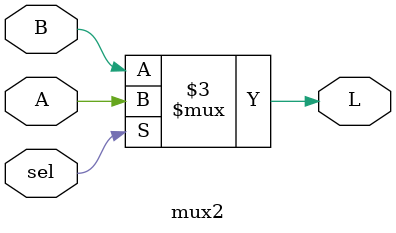
<source format=v>
module mux1(A, B, sel, L);

input A, B, sel;
output L;

wire L;
assign L = (sel == 1'b1) ? A : B;

endmodule




module mux2(A, B, sel, L);

input A, B, sel;
output L;

reg L;
always @(A or B or sel) begin
	L = (sel == 1'b1) ? A : B;
end

endmodule

</source>
